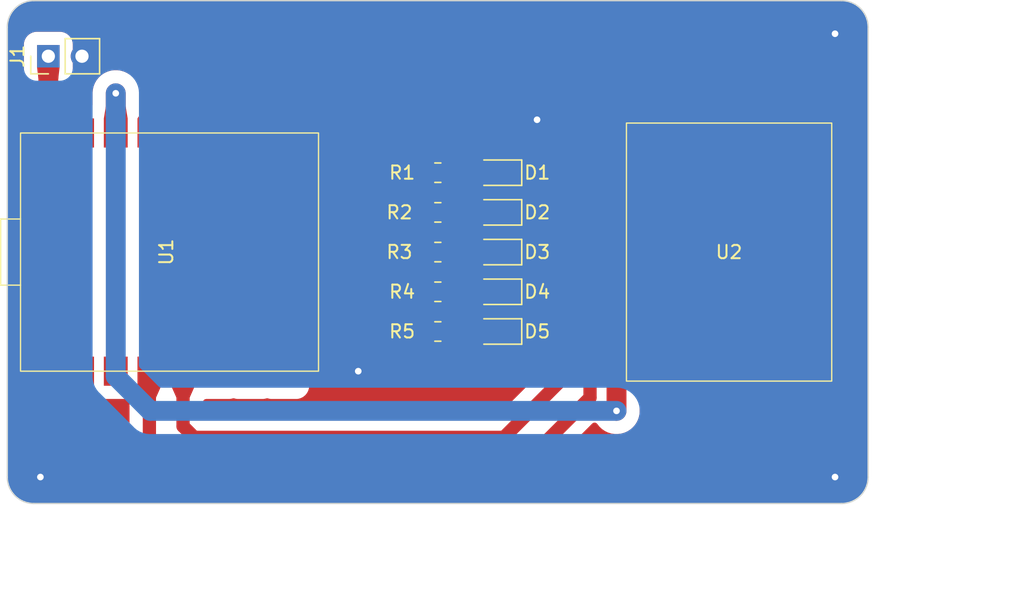
<source format=kicad_pcb>
(kicad_pcb (version 20221018) (generator pcbnew)
  (layers (0 "F.Cu" signal) (31 "B.Cu" signal) (34 "B.Paste" user) (35 "F.Paste" user) (36 "B.SilkS" user "B.Silkscreen") (37 "F.SilkS" user "F.Silkscreen") (38 "B.Mask" user) (39 "F.Mask" user) (44 "Edge.Cuts" user))
  (net 0 "")
  (net 1 "GND")
  (net 2 "LED1")
  (net 3 "LED2")
  (net 4 "LED3")
  (net 5 "LED4")
  (net 6 "LED5")
  (net 7 "VDD")
  (net 11 "SDA")
  (net 12 "SCL")
  (net 16 "/3.3V")
  (net 21 "Net-(D1-A)")
  (net 22 "Net-(D2-A)")
  (net 23 "Net-(D3-A)")
  (net 24 "Net-(D4-A)")
  (net 25 "Net-(D5-A)")
  (footprint "LED_SMD:LED_0805_2012Metric_Pad1.15x1.40mm_HandSolder" (layer "F.Cu") (at 100.985 71 180)
    (fp_text reference "D3" (at -3.025 0) (layer "F.SilkS"))
    (fp_text value "LED")
    (fp_line (start -1.86 -0.96) (end -1.86 0.96) (stroke (width 0.12)) (layer "F.SilkS"))
    (fp_line (start -1.86 0.96) (end 1 0.96) (stroke (width 0.12)) (layer "F.SilkS"))
    (fp_line (start 1 -0.96) (end -1.86 -0.96) (stroke (width 0.12)) (layer "F.SilkS"))
    (pad "1" smd roundrect (at -1.025 0 180) (size 1.15 1.4) (layers "F.Cu" "F.Paste" "F.Mask") (roundrect_rratio 0.2173913043) (net 1 "GND"))
    (pad "2" smd roundrect (at 1.025 0 180) (size 1.15 1.4) (layers "F.Cu" "F.Paste" "F.Mask") (roundrect_rratio 0.2173913043) (net 23 "Net-(D3-A)"))
  )
  (footprint "Resistor_SMD:R_0805_2012Metric_Pad1.20x1.40mm_HandSolder" (layer "F.Cu") (at 96.51 68)
    (fp_text reference "R2" (at -2.9 0) (layer "F.SilkS"))
    (fp_text value "220")
    (fp_line (start -0.227064 -0.735) (end 0.227064 -0.735) (stroke (width 0.12)) (layer "F.SilkS"))
    (fp_line (start -0.227064 0.735) (end 0.227064 0.735) (stroke (width 0.12)) (layer "F.SilkS"))
    (pad "1" smd roundrect (at -1 0) (size 1.2 1.4) (layers "F.Cu" "F.Paste" "F.Mask") (roundrect_rratio 0.2083333333) (net 5 "LED4"))
    (pad "2" smd roundrect (at 1 0) (size 1.2 1.4) (layers "F.Cu" "F.Paste" "F.Mask") (roundrect_rratio 0.2083333333) (net 22 "Net-(D2-A)"))
  )
  (footprint "project_x_footprint_lib:MAX30102" (layer "F.Cu") (at 118.5 71 -90)
    (fp_text reference "U2" (at 0.005 0.006401) (layer "F.SilkS"))
    (fp_text value "~")
    (fp_rect (start -9.75 -7.75) (end 9.75 7.75) (stroke (width 0.1)) (fill none) (layer "F.SilkS"))
    (pad "1" smd rect (at -3.81 7.75 270) (size 1.8 2.2) (layers "F.Cu" "F.Paste" "F.Mask") (net 1 "GND"))
    (pad "2" smd rect (at -1.27 7.75 270) (size 1.8 2.2) (layers "F.Cu" "F.Paste" "F.Mask") (net 12 "SCL"))
    (pad "3" smd rect (at 1.27 7.75 270) (size 1.8 2.2) (layers "F.Cu" "F.Paste" "F.Mask") (net 11 "SDA"))
    (pad "4" smd rect (at 3.81 7.75 270) (size 1.8 2.2) (layers "F.Cu" "F.Paste" "F.Mask") (net 16 "/3.3V"))
    (pad "5" smd rect (at 3.81 -7.75 270) (size 1.8 2.2) (layers "F.Cu" "F.Paste" "F.Mask"))
    (pad "6" smd rect (at 1.27 -7.75 270) (size 1.8 2.2) (layers "F.Cu" "F.Paste" "F.Mask"))
    (pad "7" smd rect (at -1.27 -7.75 270) (size 1.8 2.2) (layers "F.Cu" "F.Paste" "F.Mask"))
    (pad "8" smd rect (at -3.81 -7.75 270) (size 1.8 2.2) (layers "F.Cu" "F.Paste" "F.Mask"))
    (zone (net 0) (net_name "") (layer "F.Cu") (connect_pads (clearance 0)) (min_thickness 0.25)
      (keepout (tracks not_allowed) (vias not_allowed) (pads not_allowed) (copperpour not_allowed) (footprints allowed))
      (fill (thermal_gap 0.5) (thermal_bridge_width 0.5))
      (polygon (pts (xy 126.25 61.25) (xy 126.25 66.29) (xy 125.15 66.29) (xy 125.15 75.71) (xy 126.25 75.71) (xy 126.25 80.75) (xy 110.75 80.75) (xy 110.75 75.71) (xy 111.85 75.71) (xy 111.85 66.29) (xy 110.75 66.29) (xy 110.75 61.25)))
    )
  )
  (footprint "Resistor_SMD:R_0805_2012Metric_Pad1.20x1.40mm_HandSolder" (layer "F.Cu") (at 96.51 71)
    (fp_text reference "R3" (at -2.9 0) (layer "F.SilkS"))
    (fp_text value "220")
    (fp_line (start -0.227064 -0.735) (end 0.227064 -0.735) (stroke (width 0.12)) (layer "F.SilkS"))
    (fp_line (start -0.227064 0.735) (end 0.227064 0.735) (stroke (width 0.12)) (layer "F.SilkS"))
    (pad "1" smd roundrect (at -1 0) (size 1.2 1.4) (layers "F.Cu" "F.Paste" "F.Mask") (roundrect_rratio 0.2083333333) (net 4 "LED3"))
    (pad "2" smd roundrect (at 1 0) (size 1.2 1.4) (layers "F.Cu" "F.Paste" "F.Mask") (roundrect_rratio 0.2083333333) (net 23 "Net-(D3-A)"))
  )
  (footprint "Resistor_SMD:R_0805_2012Metric_Pad1.20x1.40mm_HandSolder" (layer "F.Cu") (at 96.51 77)
    (fp_text reference "R5" (at -2.7 0) (layer "F.SilkS"))
    (fp_text value "220")
    (fp_line (start -0.227064 -0.735) (end 0.227064 -0.735) (stroke (width 0.12)) (layer "F.SilkS"))
    (fp_line (start -0.227064 0.735) (end 0.227064 0.735) (stroke (width 0.12)) (layer "F.SilkS"))
    (pad "1" smd roundrect (at -1 0) (size 1.2 1.4) (layers "F.Cu" "F.Paste" "F.Mask") (roundrect_rratio 0.2083333333) (net 2 "LED1"))
    (pad "2" smd roundrect (at 1 0) (size 1.2 1.4) (layers "F.Cu" "F.Paste" "F.Mask") (roundrect_rratio 0.2083333333) (net 25 "Net-(D5-A)"))
  )
  (footprint "project_x_footprint_lib:esp32_super_mini" (layer "F.Cu") (at 76 71)
    (fp_text reference "U1" (at 0.005 -0.003599 90) (layer "F.SilkS"))
    (fp_text value "~")
    (fp_line (start -12.5 -2.5) (end -12.5 2.5) (stroke (width 0.1)) (layer "F.SilkS"))
    (fp_line (start -12.5 2.5) (end -11 2.5) (stroke (width 0.1)) (layer "F.SilkS"))
    (fp_line (start -11 -2.5) (end -12.5 -2.5) (stroke (width 0.1)) (layer "F.SilkS"))
    (fp_rect (start -11 -9) (end 11.5 9) (stroke (width 0.1)) (fill none) (layer "F.SilkS"))
    (pad "1" smd rect (at -8.89 9) (size 1.8 2.2) (layers "F.Cu" "F.Paste" "F.Mask"))
    (pad "2" smd rect (at -6.35 9) (size 1.8 2.2) (layers "F.Cu" "F.Paste" "F.Mask"))
    (pad "3" smd rect (at -3.81 9) (size 1.8 2.2) (layers "F.Cu" "F.Paste" "F.Mask"))
    (pad "4" smd rect (at -1.27 9) (size 1.8 2.2) (layers "F.Cu" "F.Paste" "F.Mask") (net 11 "SDA"))
    (pad "5" smd rect (at 1.27 9) (size 1.8 2.2) (layers "F.Cu" "F.Paste" "F.Mask") (net 12 "SCL"))
    (pad "6" smd rect (at 3.81 9) (size 1.8 2.2) (layers "F.Cu" "F.Paste" "F.Mask"))
    (pad "7" smd rect (at 6.35 9) (size 1.8 2.2) (layers "F.Cu" "F.Paste" "F.Mask"))
    (pad "8" smd rect (at 8.89 9) (size 1.8 2.2) (layers "F.Cu" "F.Paste" "F.Mask"))
    (pad "9" smd rect (at 8.89 -9) (size 1.8 2.2) (layers "F.Cu" "F.Paste" "F.Mask") (net 2 "LED1"))
    (pad "10" smd rect (at 6.35 -9) (size 1.8 2.2) (layers "F.Cu" "F.Paste" "F.Mask") (net 3 "LED2"))
    (pad "11" smd rect (at 3.81 -9) (size 1.8 2.2) (layers "F.Cu" "F.Paste" "F.Mask") (net 4 "LED3"))
    (pad "12" smd rect (at 1.27 -9) (size 1.8 2.2) (layers "F.Cu" "F.Paste" "F.Mask") (net 5 "LED4"))
    (pad "13" smd rect (at -1.27 -9) (size 1.8 2.2) (layers "F.Cu" "F.Paste" "F.Mask") (net 6 "LED5"))
    (pad "14" smd rect (at -3.81 -9) (size 1.8 2.2) (layers "F.Cu" "F.Paste" "F.Mask") (net 16 "/3.3V"))
    (pad "15" smd rect (at -6.35 -9) (size 1.8 2.2) (layers "F.Cu" "F.Paste" "F.Mask") (net 1 "GND"))
    (pad "16" smd rect (at -8.89 -9) (size 1.8 2.2) (layers "F.Cu" "F.Paste" "F.Mask") (net 7 "VDD"))
    (zone (net 0) (net_name "") (layer "F.Cu") (connect_pads (clearance 0)) (min_thickness 0.25)
      (keepout (tracks not_allowed) (vias not_allowed) (pads not_allowed) (copperpour not_allowed) (footprints allowed))
      (fill (thermal_gap 0.5) (thermal_bridge_width 0.5))
      (polygon (pts (xy 65 62) (xy 66.21 62) (xy 66.21 63.1) (xy 85.79 63.1) (xy 85.79 62) (xy 87.5 62) (xy 87.5 80) (xy 85.79 80) (xy 85.79 78.9) (xy 66.21 78.9) (xy 66.21 80) (xy 65 80)))
    )
  )
  (footprint "Resistor_SMD:R_0805_2012Metric_Pad1.20x1.40mm_HandSolder" (layer "F.Cu") (at 96.51 74)
    (fp_text reference "R4" (at -2.7 0) (layer "F.SilkS"))
    (fp_text value "220")
    (fp_line (start -0.227064 -0.735) (end 0.227064 -0.735) (stroke (width 0.12)) (layer "F.SilkS"))
    (fp_line (start -0.227064 0.735) (end 0.227064 0.735) (stroke (width 0.12)) (layer "F.SilkS"))
    (pad "1" smd roundrect (at -1 0) (size 1.2 1.4) (layers "F.Cu" "F.Paste" "F.Mask") (roundrect_rratio 0.2083333333) (net 3 "LED2"))
    (pad "2" smd roundrect (at 1 0) (size 1.2 1.4) (layers "F.Cu" "F.Paste" "F.Mask") (roundrect_rratio 0.2083333333) (net 24 "Net-(D4-A)"))
  )
  (footprint "LED_SMD:LED_0805_2012Metric_Pad1.15x1.40mm_HandSolder" (layer "F.Cu") (at 100.985 68 180)
    (fp_text reference "D2" (at -3.025 0) (layer "F.SilkS"))
    (fp_text value "LED")
    (fp_line (start -1.86 -0.96) (end -1.86 0.96) (stroke (width 0.12)) (layer "F.SilkS"))
    (fp_line (start -1.86 0.96) (end 1 0.96) (stroke (width 0.12)) (layer "F.SilkS"))
    (fp_line (start 1 -0.96) (end -1.86 -0.96) (stroke (width 0.12)) (layer "F.SilkS"))
    (pad "1" smd roundrect (at -1.025 0 180) (size 1.15 1.4) (layers "F.Cu" "F.Paste" "F.Mask") (roundrect_rratio 0.2173913043) (net 1 "GND"))
    (pad "2" smd roundrect (at 1.025 0 180) (size 1.15 1.4) (layers "F.Cu" "F.Paste" "F.Mask") (roundrect_rratio 0.2173913043) (net 22 "Net-(D2-A)"))
  )
  (footprint "LED_SMD:LED_0805_2012Metric_Pad1.15x1.40mm_HandSolder" (layer "F.Cu") (at 100.985 65 180)
    (fp_text reference "D1" (at -3.025 0) (layer "F.SilkS"))
    (fp_text value "LED")
    (fp_line (start -1.86 -0.96) (end -1.86 0.96) (stroke (width 0.12)) (layer "F.SilkS"))
    (fp_line (start -1.86 0.96) (end 1 0.96) (stroke (width 0.12)) (layer "F.SilkS"))
    (fp_line (start 1 -0.96) (end -1.86 -0.96) (stroke (width 0.12)) (layer "F.SilkS"))
    (pad "1" smd roundrect (at -1.025 0 180) (size 1.15 1.4) (layers "F.Cu" "F.Paste" "F.Mask") (roundrect_rratio 0.2173913043) (net 1 "GND"))
    (pad "2" smd roundrect (at 1.025 0 180) (size 1.15 1.4) (layers "F.Cu" "F.Paste" "F.Mask") (roundrect_rratio 0.2173913043) (net 21 "Net-(D1-A)"))
  )
  (footprint "Resistor_SMD:R_0805_2012Metric_Pad1.20x1.40mm_HandSolder" (layer "F.Cu") (at 96.51 65)
    (fp_text reference "R1" (at -2.7 0) (layer "F.SilkS"))
    (fp_text value "220")
    (fp_line (start -0.227064 -0.735) (end 0.227064 -0.735) (stroke (width 0.12)) (layer "F.SilkS"))
    (fp_line (start -0.227064 0.735) (end 0.227064 0.735) (stroke (width 0.12)) (layer "F.SilkS"))
    (pad "1" smd roundrect (at -1 0) (size 1.2 1.4) (layers "F.Cu" "F.Paste" "F.Mask") (roundrect_rratio 0.2083333333) (net 6 "LED5"))
    (pad "2" smd roundrect (at 1 0) (size 1.2 1.4) (layers "F.Cu" "F.Paste" "F.Mask") (roundrect_rratio 0.2083333333) (net 21 "Net-(D1-A)"))
  )
  (footprint "LED_SMD:LED_0805_2012Metric_Pad1.15x1.40mm_HandSolder" (layer "F.Cu") (at 100.985 74 180)
    (fp_text reference "D4" (at -3.025 0) (layer "F.SilkS"))
    (fp_text value "LED")
    (fp_line (start -1.86 -0.96) (end -1.86 0.96) (stroke (width 0.12)) (layer "F.SilkS"))
    (fp_line (start -1.86 0.96) (end 1 0.96) (stroke (width 0.12)) (layer "F.SilkS"))
    (fp_line (start 1 -0.96) (end -1.86 -0.96) (stroke (width 0.12)) (layer "F.SilkS"))
    (pad "1" smd roundrect (at -1.025 0 180) (size 1.15 1.4) (layers "F.Cu" "F.Paste" "F.Mask") (roundrect_rratio 0.2173913043) (net 1 "GND"))
    (pad "2" smd roundrect (at 1.025 0 180) (size 1.15 1.4) (layers "F.Cu" "F.Paste" "F.Mask") (roundrect_rratio 0.2173913043) (net 24 "Net-(D4-A)"))
  )
  (footprint "LED_SMD:LED_0805_2012Metric_Pad1.15x1.40mm_HandSolder" (layer "F.Cu") (at 100.985 77 180)
    (fp_text reference "D5" (at -3.025 0) (layer "F.SilkS"))
    (fp_text value "LED")
    (fp_line (start -1.86 -0.96) (end -1.86 0.96) (stroke (width 0.12)) (layer "F.SilkS"))
    (fp_line (start -1.86 0.96) (end 1 0.96) (stroke (width 0.12)) (layer "F.SilkS"))
    (fp_line (start 1 -0.96) (end -1.86 -0.96) (stroke (width 0.12)) (layer "F.SilkS"))
    (pad "1" smd roundrect (at -1.025 0 180) (size 1.15 1.4) (layers "F.Cu" "F.Paste" "F.Mask") (roundrect_rratio 0.2173913043) (net 1 "GND"))
    (pad "2" smd roundrect (at 1.025 0 180) (size 1.15 1.4) (layers "F.Cu" "F.Paste" "F.Mask") (roundrect_rratio 0.2173913043) (net 25 "Net-(D5-A)"))
  )
  (footprint "Connector_PinHeader_2.54mm:PinHeader_1x02_P2.54mm_Vertical" (layer "F.Cu") (at 67.1 56.2 90)
    (fp_text reference "J1" (at 0 -2.33 90) (layer "F.SilkS"))
    (fp_text value "pwrtest")
    (fp_line (start -1.33 -1.33) (end 0 -1.33) (stroke (width 0.12)) (layer "F.SilkS"))
    (fp_line (start -1.33 0) (end -1.33 -1.33) (stroke (width 0.12)) (layer "F.SilkS"))
    (fp_line (start -1.33 1.27) (end -1.33 3.87) (stroke (width 0.12)) (layer "F.SilkS"))
    (fp_line (start -1.33 1.27) (end 1.33 1.27) (stroke (width 0.12)) (layer "F.SilkS"))
    (fp_line (start -1.33 3.87) (end 1.33 3.87) (stroke (width 0.12)) (layer "F.SilkS"))
    (fp_line (start 1.33 1.27) (end 1.33 3.87) (stroke (width 0.12)) (layer "F.SilkS"))
    (pad "1" thru_hole rect (at 0 0 90) (size 1.7 1.7) (drill 1) (layers "*.Cu" "*.Mask") (net 7 "VDD"))
    (pad "2" thru_hole oval (at 0 2.54 90) (size 1.7 1.7) (drill 1) (layers "*.Cu" "*.Mask") (net 1 "GND"))
  )
  (gr_arc (start 66 90) (mid 64.585786 89.414214) (end 64 88) (stroke (width 0.1)) (layer "Edge.Cuts"))
  (gr_arc (start 127 52) (mid 128.414214 52.585786) (end 129 54) (stroke (width 0.1)) (layer "Edge.Cuts"))
  (gr_line (start 64 88) (end 64 54) (stroke (width 0.1)) (layer "Edge.Cuts"))
  (gr_arc (start 64 54) (mid 64.585786 52.585786) (end 66 52) (stroke (width 0.1)) (layer "Edge.Cuts"))
  (gr_line (start 129 54) (end 129 88) (stroke (width 0.1)) (layer "Edge.Cuts"))
  (gr_line (start 127 90) (end 66 90) (stroke (width 0.1)) (layer "Edge.Cuts"))
  (gr_arc (start 129 88) (mid 128.414214 89.414214) (end 127 90) (stroke (width 0.1)) (layer "Edge.Cuts"))
  (gr_line (start 66 52) (end 127 52) (stroke (width 0.1)) (layer "Edge.Cuts"))
  (segment (start 69.65 62) (end 69.65 56.21) (width 0.6) (layer "F.Cu") (net 1))
  (segment (start 110.75 67.19) (end 104.2 67.19) (width 0.6) (layer "F.Cu") (net 1))
  (segment (start 102.2 65.19) (end 102.01 65) (width 1) (layer "F.Cu") (net 1))
  (segment (start 69.65 56.21) (end 69.64 56.2) (width 0.6) (layer "F.Cu") (net 1))
  (segment (start 102.01 77) (end 102.01 65) (width 0.6) (layer "F.Cu") (net 1))
  (segment (start 104.2 67.19) (end 102.01 65) (width 0.6) (layer "F.Cu") (net 1))
  (via (at 90.5 80) (size 1.2) (drill 0.5) (layers "F.Cu" "B.Cu") (net 1))
  (via (at 126.5 88) (size 1.2) (drill 0.5) (layers "F.Cu" "B.Cu") (net 1))
  (via (at 104 61) (size 1.2) (drill 0.5) (layers "F.Cu" "B.Cu") (net 1))
  (via (at 126.5 54.5) (size 1.2) (drill 0.5) (layers "F.Cu" "B.Cu") (net 1))
  (via (at 66.5 88) (size 1.2) (drill 0.5) (layers "F.Cu" "B.Cu") (net 1))
  (segment (start 95.51 77) (end 90.8 77) (width 0.6) (layer "F.Cu") (net 2))
  (segment (start 84.89 60.61) (end 84.89 62) (width 0.6) (layer "F.Cu") (net 2))
  (segment (start 88.6 60.1) (end 85.4 60.1) (width 0.6) (layer "F.Cu") (net 2))
  (segment (start 89.1 60.6) (end 88.6 60.1) (width 0.6) (layer "F.Cu") (net 2))
  (segment (start 85.4 60.1) (end 84.89 60.61) (width 0.6) (layer "F.Cu") (net 2))
  (segment (start 90.8 77) (end 89.1 75.3) (width 0.6) (layer "F.Cu") (net 2))
  (segment (start 89.1 75.3) (end 89.1 60.6) (width 0.6) (layer "F.Cu") (net 2))
  (segment (start 89.3 59) (end 83.3 59) (width 0.6) (layer "F.Cu") (net 3))
  (segment (start 91.2 74) (end 90.2 73) (width 0.6) (layer "F.Cu") (net 3))
  (segment (start 90.2 59.9) (end 89.3 59) (width 0.6) (layer "F.Cu") (net 3))
  (segment (start 90.2 73) (end 90.2 59.9) (width 0.6) (layer "F.Cu") (net 3))
  (segment (start 83.3 59) (end 82.35 59.95) (width 0.6) (layer "F.Cu") (net 3))
  (segment (start 95.51 74) (end 91.2 74) (width 0.6) (layer "F.Cu") (net 3))
  (segment (start 82.35 59.95) (end 82.35 62) (width 0.6) (layer "F.Cu") (net 3))
  (segment (start 95.51 71) (end 92.1 71) (width 0.6) (layer "F.Cu") (net 4))
  (segment (start 91.3 70.2) (end 91.3 59.1) (width 0.6) (layer "F.Cu") (net 4))
  (segment (start 92.1 71) (end 91.3 70.2) (width 0.6) (layer "F.Cu") (net 4))
  (segment (start 80.7 57.9) (end 79.81 58.79) (width 0.6) (layer "F.Cu") (net 4))
  (segment (start 79.81 58.79) (end 79.81 62) (width 0.6) (layer "F.Cu") (net 4))
  (segment (start 90.1 57.9) (end 80.7 57.9) (width 0.6) (layer "F.Cu") (net 4))
  (segment (start 91.3 59.1) (end 90.1 57.9) (width 0.6) (layer "F.Cu") (net 4))
  (segment (start 91 56.8) (end 92.4 58.2) (width 0.6) (layer "F.Cu") (net 5))
  (segment (start 77.27 57.88) (end 78.35 56.8) (width 0.6) (layer "F.Cu") (net 5))
  (segment (start 92.4 58.2) (end 92.4 67.4) (width 0.6) (layer "F.Cu") (net 5))
  (segment (start 92.4 67.4) (end 93 68) (width 0.6) (layer "F.Cu") (net 5))
  (segment (start 77.27 62) (end 77.27 57.88) (width 0.6) (layer "F.Cu") (net 5))
  (segment (start 93 68) (end 95.51 68) (width 0.6) (layer "F.Cu") (net 5))
  (segment (start 78.35 56.8) (end 91 56.8) (width 0.6) (layer "F.Cu") (net 5))
  (segment (start 74.73 62) (end 74.73 57.77) (width 0.6) (layer "F.Cu") (net 6))
  (segment (start 74.73 57.77) (end 76.8 55.7) (width 0.6) (layer "F.Cu") (net 6))
  (segment (start 92 55.7) (end 93.5 57.2) (width 0.6) (layer "F.Cu") (net 6))
  (segment (start 94 65) (end 95.51 65) (width 0.6) (layer "F.Cu") (net 6))
  (segment (start 76.8 55.7) (end 92 55.7) (width 0.6) (layer "F.Cu") (net 6))
  (segment (start 93.5 64.5) (end 94 65) (width 0.6) (layer "F.Cu") (net 6))
  (segment (start 93.5 57.2) (end 93.5 64.5) (width 0.6) (layer "F.Cu") (net 6))
  (segment (start 67.1 61.99) (end 67.11 62) (width 1.5) (layer "F.Cu") (net 7))
  (segment (start 67.1 56.2) (end 67.1 61.99) (width 1.5) (layer "F.Cu") (net 7))
  (segment (start 108.929898 72.27) (end 108 73.199898) (width 1) (layer "F.Cu") (net 11))
  (segment (start 75.5 86.9) (end 74.73 86.13) (width 1) (layer "F.Cu") (net 11))
  (segment (start 110.75 72.27) (end 108.929898 72.27) (width 1) (layer "F.Cu") (net 11))
  (segment (start 108 82) (end 103.1 86.9) (width 1) (layer "F.Cu") (net 11))
  (segment (start 74.73 86.13) (end 74.73 80) (width 1) (layer "F.Cu") (net 11))
  (segment (start 108 73.199898) (end 108 82) (width 1) (layer "F.Cu") (net 11))
  (segment (start 103.1 86.9) (end 75.5 86.9) (width 1) (layer "F.Cu") (net 11))
  (segment (start 101.5 85) (end 78.11 85) (width 1) (layer "F.Cu") (net 12))
  (segment (start 106 71.5) (end 106 80.5) (width 1) (layer "F.Cu") (net 12))
  (segment (start 77.27 84.16) (end 77.27 80) (width 1) (layer "F.Cu") (net 12))
  (segment (start 110.75 69.73) (end 107.77 69.73) (width 1) (layer "F.Cu") (net 12))
  (segment (start 107.77 69.73) (end 106 71.5) (width 1) (layer "F.Cu") (net 12))
  (segment (start 106 80.5) (end 101.5 85) (width 1) (layer "F.Cu") (net 12))
  (segment (start 78.11 85) (end 77.27 84.16) (width 1) (layer "F.Cu") (net 12))
  (segment (start 110.16066 75.39934) (end 110 75.39934) (width 1) (layer "F.Cu") (net 16))
  (segment (start 110.75 74.81) (end 110.16066 75.39934) (width 1) (layer "F.Cu") (net 16))
  (segment (start 72.19 59) (end 72.19 62) (width 1.5) (layer "F.Cu") (net 16))
  (segment (start 110 83) (end 110 75.39934) (width 1.5) (layer "F.Cu") (net 16))
  (via (at 72.19 59) (size 1.2) (drill 0.5) (layers "F.Cu" "B.Cu") (net 16))
  (via (at 110 83) (size 1.2) (drill 0.5) (layers "F.Cu" "B.Cu") (net 16))
  (segment (start 72.19 80.39) (end 72.19 59) (width 1.5) (layer "B.Cu") (net 16))
  (segment (start 110 83) (end 74.8 83) (width 1.5) (layer "B.Cu") (net 16))
  (segment (start 74.8 83) (end 72.19 80.39) (width 1.5) (layer "B.Cu") (net 16))
  (segment (start 97.51 65) (end 99.96 65) (width 1) (layer "F.Cu") (net 21))
  (segment (start 97.51 68) (end 99.96 68) (width 1) (layer "F.Cu") (net 22))
  (segment (start 97.51 71) (end 99.96 71) (width 1) (layer "F.Cu") (net 23))
  (segment (start 97.51 74) (end 99.96 74) (width 1) (layer "F.Cu") (net 24))
  (segment (start 97.51 77) (end 99.96 77) (width 1) (layer "F.Cu") (net 25))
  (zone locked (net 1) (net_name "GND") (layers "F&B.Cu") (connect_pads yes (clearance 1)) (min_thickness 0.5) (fill yes (thermal_gap 0.5) (thermal_bridge_width 0.5) (smoothing fillet) (radius 1))
    (polygon (pts (xy 64 90) (xy 129 90) (xy 129 52) (xy 64 52)))
  )
)
</source>
